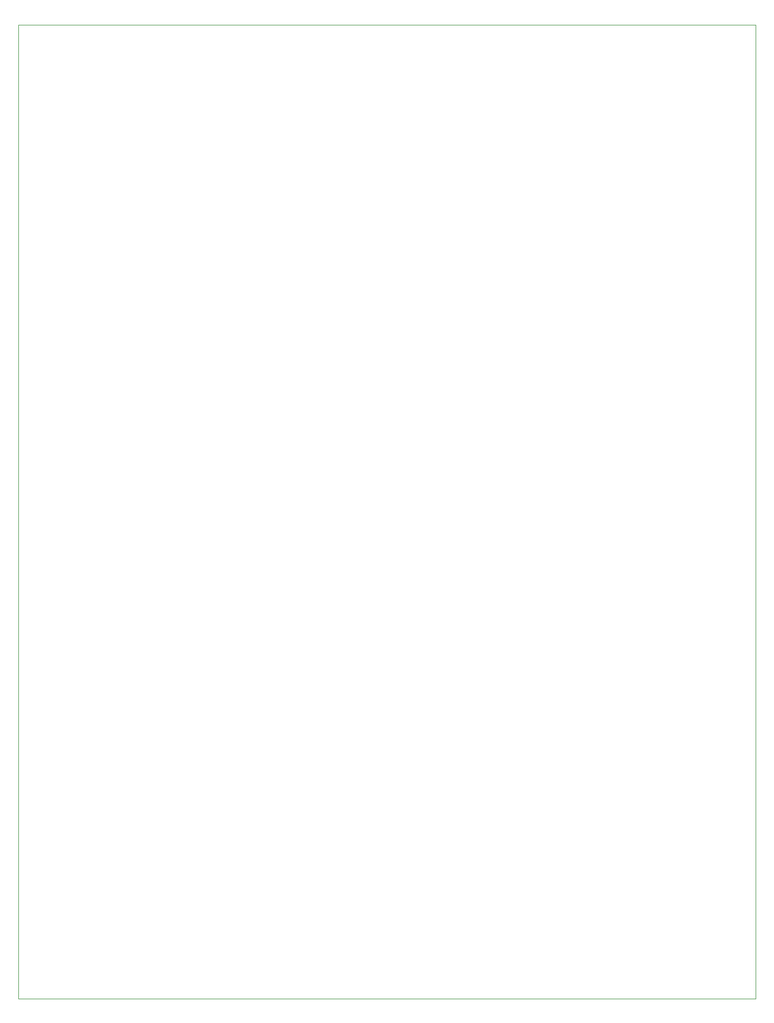
<source format=gbr>
%TF.GenerationSoftware,KiCad,Pcbnew,9.0.5*%
%TF.CreationDate,2025-12-13T23:57:35-06:00*%
%TF.ProjectId,Sensor_Board,53656e73-6f72-45f4-926f-6172642e6b69,rev?*%
%TF.SameCoordinates,Original*%
%TF.FileFunction,Profile,NP*%
%FSLAX46Y46*%
G04 Gerber Fmt 4.6, Leading zero omitted, Abs format (unit mm)*
G04 Created by KiCad (PCBNEW 9.0.5) date 2025-12-13 23:57:35*
%MOMM*%
%LPD*%
G01*
G04 APERTURE LIST*
%TA.AperFunction,Profile*%
%ADD10C,0.050000*%
%TD*%
G04 APERTURE END LIST*
D10*
X29480000Y-27440000D02*
X144950000Y-27440000D01*
X144950000Y-180100000D01*
X29480000Y-180100000D01*
X29480000Y-27440000D01*
M02*

</source>
